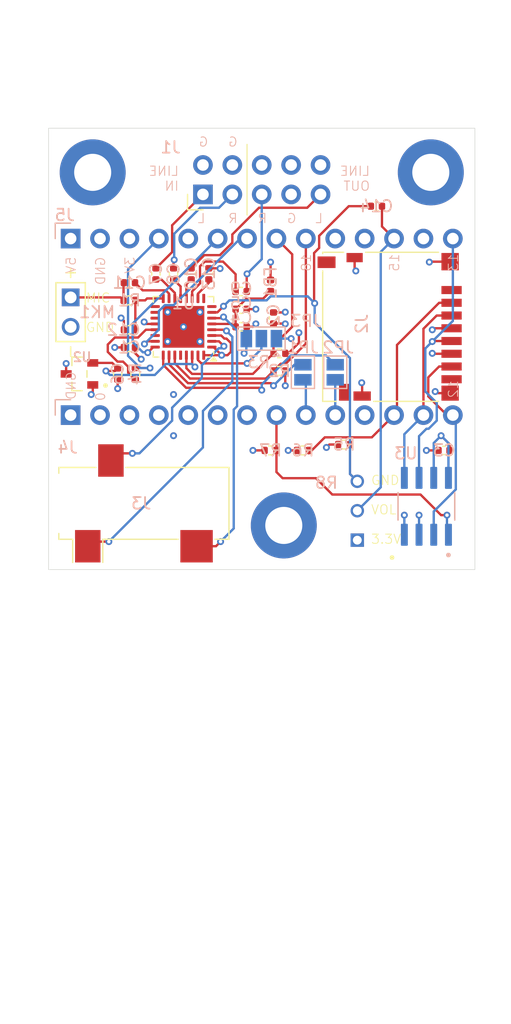
<source format=kicad_pcb>
(kicad_pcb (version 20240108) (generator "pcbnew") (generator_version "8.0")
  (layers (0 "F.Cu" signal) (1 "In1.Cu" signal) (2 "In2.Cu" signal) (31 "B.Cu" signal) (34 "B.Paste" user) (35 "F.Paste" user) (36 "B.SilkS" user "B.Silkscreen") (37 "F.SilkS" user "F.Silkscreen") (38 "B.Mask" user) (39 "F.Mask" user) (44 "Edge.Cuts" user))
  (net 0 "")
  (net 1 "+3.3V")
  (net 2 "GND")
  (net 3 "/VDDD")
  (net 4 "/VDDA")
  (net 5 "/LINEIN_L")
  (net 6 "/LINEIN_R")
  (net 7 "/LINEOUT_R")
  (net 8 "/LINEOUT_L")
  (net 9 "/MIC")
  (net 10 "/MIC_BIAS")
  (net 11 "Net-(U1-VAG)")
  (net 12 "/Pin 15")
  (net 13 "/Pin 10")
  (net 14 "/Pin 13")
  (net 15 "/Pin 12")
  (net 16 "/Pin 11")
  (net 17 "/HP_R")
  (net 18 "/HP_VGND")
  (net 19 "/HP_L")
  (net 20 "/Pin 23")
  (net 21 "/LRCLK")
  (net 22 "/Pin 19")
  (net 23 "/BCLK")
  (net 24 "/Pin 18")
  (net 25 "/Pin 7")
  (net 26 "/Pin 6")
  (net 27 "/Pin 8")
  (net 28 "/TX{slash}Din")
  (net 29 "/RX{slash}Dout")
  (net 30 "/MCLK")
  (net 31 "AGND")
  (net 32 "/ADDR")
  (net 52 "Net-(J1-Pin_1)")
  (net 53 "Net-(J1-Pin_3)")
  (net 54 "Net-(J1-Pin_5)")
  (net 55 "Net-(J1-Pin_9)")
  (net 63 "Net-(C11-Pad2)")
  (footprint "Capacitor_SMD:C_0402_1005Metric" (layer "F.Cu") (at 132.334 71.374 -90)
    (property "Reference" "C6")
    (property "Value" "2.2uF")
  )
  (footprint "MountingHole:MountingHole_3.2mm_M3_ISO7380_Pad" (layer "F.Cu") (at 159.385 53.975)
    (property "Reference" "H2" (hide yes))
    (property "Value" "MountingHole_Pad")
  )
  (footprint "Inductor_SMD:L_0402_1005Metric" (layer "F.Cu") (at 145.542 63.754 -90)
    (property "Reference" "FB1")
    (property "Value" "Ferrite 600")
  )
  (footprint "Connector_Card:microSD_HC_Hirose_DM3D-SF" (layer "F.Cu") (at 155.829 67.31 90)
    (property "Reference" "J2")
    (property "Value" "Micro_SD_Card_Det2")
  )
  (footprint "TOM-3050L-R:MIC_TOM-3050L-R" (layer "F.Cu") (at 128.27 66.04 -90)
    (property "Reference" "MK1")
    (property "Value" "TOM-3050L-R")
  )
  (footprint "3352T-1-253LF:TRIM_3352T-1-253LF" (layer "F.Cu") (at 153.035 85.725 90)
    (property "Reference" "R8")
    (property "Value" "25k")
  )
  (footprint "Capacitor_SMD:C_0402_1005Metric" (layer "F.Cu") (at 138.684 62.738 90)
    (property "Reference" "C10")
    (property "Value" "2.2uF")
  )
  (footprint "AP7313-18SAG-7:SOT95P260X110-3N" (layer "F.Cu") (at 129.032 71.374 180)
    (property "Reference" "U2")
    (property "Value" "~")
  )
  (footprint "Capacitor_SMD:C_0402_1005Metric" (layer "F.Cu") (at 133.35 67.564)
    (property "Reference" "C12")
    (property "Value" "2.2uF")
  )
  (footprint "Resistor_SMD:R_0402_1005Metric" (layer "F.Cu") (at 133.858 71.374 -90)
    (property "Reference" "R4")
    (property "Value" "100")
  )
  (footprint "Capacitor_SMD:C_0402_1005Metric" (layer "F.Cu") (at 135.636 62.738 90)
    (property "Reference" "C7")
    (property "Value" "2.2uF")
  )
  (footprint "MountingHole:MountingHole_3.2mm_M3_ISO7380_Pad" (layer "F.Cu") (at 146.685 84.455)
    (property "Reference" "H3" (hide yes))
    (property "Value" "MountingHole_Pad")
  )
  (footprint "Package_DFN_QFN:QFN-32-1EP_5x5mm_P0.5mm_EP3.6x3.6mm" (layer "F.Cu") (at 138.02 67.31 180)
    (property "Reference" "U1")
    (property "Value" "~")
  )
  (footprint "Connector_Audio:Jack_3.5mm_CUI_SJ-3523-SMT_Horizontal" (layer "F.Cu") (at 133.35 82.55 90)
    (property "Reference" "J3")
    (property "Value" "AudioJack3")
  )
  (footprint "Capacitor_SMD:C_0402_1005Metric" (layer "F.Cu") (at 143.002 67.31)
    (property "Reference" "C4")
    (property "Value" "2.2uF")
  )
  (footprint "MountingHole:MountingHole_3.2mm_M3_ISO7380_Pad" (layer "F.Cu") (at 130.175 53.975)
    (property "Reference" "H1" (hide yes))
    (property "Value" "MountingHole_Pad")
  )
  (footprint "Connector_PinHeader_2.54mm:PinHeader_2x05_P2.54mm_Vertical" (layer "F.Cu") (at 139.7 55.88 90)
    (property "Reference" "J1")
    (property "Value" "Conn_02x05_Odd_Even")
  )
  (footprint "Resistor_SMD:R_0402_1005Metric" (layer "F.Cu") (at 133.35 65.024 180)
    (property "Reference" "R1")
    (property "Value" "2.2k")
  )
  (footprint "Capacitor_SMD:C_0402_1005Metric" (layer "F.Cu") (at 133.35 63.5 180)
    (property "Reference" "C11")
    (property "Value" "0.1uF")
  )
  (footprint "Capacitor_SMD:C_0402_1005Metric" (layer "F.Cu") (at 140.208 62.738 -90)
    (property "Reference" "C13")
    (property "Value" "0.15uF")
  )
  (footprint "Resistor_SMD:R_0402_1005Metric" (layer "F.Cu") (at 146.304 71.12)
    (property "Reference" "R2")
    (property "Value" "2.2k")
  )
  (footprint "Resistor_SMD:R_0402_1005Metric" (layer "F.Cu") (at 151.892 77.47 180)
    (property "Reference" "R5")
    (property "Value" "0")
  )
  (footprint "Resistor_SMD:R_0402_1005Metric" (layer "F.Cu") (at 148.336 77.978)
    (property "Reference" "R6")
    (property "Value" "10k")
  )
  (footprint "Resistor_SMD:R_0402_1005Metric" (layer "F.Cu") (at 146.304 69.596)
    (property "Reference" "R3")
    (property "Value" "2.2k")
  )
  (footprint "Capacitor_SMD:C_0402_1005Metric" (layer "F.Cu") (at 143.002 64.262)
    (property "Reference" "C9")
    (property "Value" "2.2uF")
  )
  (footprint "Capacitor_SMD:C_0402_1005Metric" (layer "F.Cu") (at 133.35 69.088)
    (property "Reference" "C1")
    (property "Value" "2.2uF")
  )
  (footprint "Capacitor_SMD:C_0402_1005Metric" (layer "F.Cu") (at 160.528 77.978 180)
    (property "Reference" "C3")
    (property "Value" "0.1uF")
  )
  (footprint "Capacitor_SMD:C_0402_1005Metric" (layer "F.Cu") (at 154.686 56.896)
    (property "Reference" "C14")
    (property "Value" "0.1uF")
  )
  (footprint "Capacitor_SMD:C_0402_1005Metric" (layer "F.Cu") (at 145.796 66.548 -90)
    (property "Reference" "C2")
    (property "Value" "0.1uF")
  )
  (footprint "Capacitor_SMD:C_0402_1005Metric" (layer "F.Cu") (at 143.002 65.786)
    (property "Reference" "C5")
    (property "Value" "0.1uF")
  )
  (footprint "Resistor_SMD:R_0402_1005Metric" (layer "F.Cu") (at 145.542 77.978)
    (property "Reference" "R7")
    (property "Value" "10k")
  )
  (footprint "Capacitor_SMD:C_0402_1005Metric" (layer "F.Cu") (at 137.16 62.738 90)
    (property "Reference" "C8")
    (property "Value" "2.2uF")
  )
  (footprint "Jumper:SolderJumper-2_P1.3mm_Open_Pad1.0x1.5mm" (layer "B.Cu") (at 148.336 71.232 90)
    (property "Reference" "JP1")
    (property "Value" "SolderJumper_2_Open")
  )
  (footprint "Jumper:SolderJumper-2_P1.3mm_Open_Pad1.0x1.5mm" (layer "B.Cu") (at 151.13 71.232 90)
    (property "Reference" "JP2")
    (property "Value" "SolderJumper_2_Open")
  )
  (footprint "Connector_PinHeader_2.54mm:PinHeader_1x14_P2.54mm_Vertical" (layer "B.Cu") (at 128.27 74.93 -90)
    (property "Reference" "J4")
    (property "Value" "Conn_01x14_Pin")
  )
  (footprint "Connector_PinHeader_2.54mm:PinHeader_1x14_P2.54mm_Vertical" (layer "B.Cu") (at 128.27 59.69 -90)
    (property "Reference" "J5")
    (property "Value" "Conn_01x14_Pin")
  )
  (footprint "Jumper:SolderJumper-3_P1.3mm_Open_Pad1.0x1.5mm" (layer "B.Cu") (at 144.75 68.326 180)
    (property "Reference" "JP3")
    (property "Value" "SolderJumper_3_Open")
  )
  (footprint "23LC1024T-I_SN:SOIC127P600X175-8N" (layer "B.Cu") (at 159.004 82.804 90)
    (property "Reference" "U3")
    (property "Value" "~")
  )
  (gr_line (start 143.51 51.562) (end 143.51 57.658) (stroke (width 0.1)) (layer "F.SilkS"))
  (gr_rect (start 126.365 50.165) (end 163.195 88.265) (stroke (width 0.05)) (fill none) (layer "Edge.Cuts"))
  (gr_text "LINE\nOUT" (at 154.178 55.626 0) (layer "B.SilkS") (effects (font (size 0.8001 0.8001) (thickness 0.08001)) (justify left bottom mirror)))
  (gr_text "13" (at 161.798 60.96 90) (layer "B.SilkS") (effects (font (size 0.8001 0.8001) (thickness 0.08001)) (justify left bottom mirror)))
  (gr_text "L" (at 150.114 58.42 0) (layer "B.SilkS") (effects (font (size 0.8001 0.8001) (thickness 0.08001)) (justify left bottom mirror)))
  (gr_text "12" (at 161.798 71.882 90) (layer "B.SilkS") (effects (font (size 0.8001 0.8001) (thickness 0.08001)) (justify left bottom mirror)))
  (gr_text "R" (at 145.288 58.42 0) (layer "B.SilkS") (effects (font (size 0.8001 0.8001) (thickness 0.08001)) (justify left bottom mirror)))
  (gr_text "R" (at 142.748 58.42 0) (layer "B.SilkS") (effects (font (size 0.8001 0.8001) (thickness 0.08001)) (justify left bottom mirror)))
  (gr_text "L" (at 139.954 58.42 0) (layer "B.SilkS") (effects (font (size 0.8001 0.8001) (thickness 0.08001)) (justify left bottom mirror)))
  (gr_text "GND" (at 131.318 61.214 90) (layer "B.SilkS") (effects (font (size 0.8001 0.8001) (thickness 0.08001)) (justify left bottom mirror)))
  (gr_text "18" (at 149.098 60.96 90) (layer "B.SilkS") (effects (font (size 0.8001 0.8001) (thickness 0.08001)) (justify left bottom mirror)))
  (gr_text "3V" (at 133.858 61.214 90) (layer "B.SilkS") (effects (font (size 0.8001 0.8001) (thickness 0.08001)) (justify left bottom mirror)))
  (gr_text "G" (at 147.828 58.42 0) (layer "B.SilkS") (effects (font (size 0.8001 0.8001) (thickness 0.08001)) (justify left bottom mirror)))
  (gr_text "5V" (at 128.778 61.214 90) (layer "B.SilkS") (effects (font (size 0.8001 0.8001) (thickness 0.08001)) (justify left bottom mirror)))
  (gr_text "15" (at 156.718 60.96 90) (layer "B.SilkS") (effects (font (size 0.8001 0.8001) (thickness 0.08001)) (justify left bottom mirror)))
  (gr_text "LINE\nIN" (at 137.668 55.626 0) (layer "B.SilkS") (effects (font (size 0.8001 0.8001) (thickness 0.08001)) (justify left bottom mirror)))
  (gr_text "G" (at 142.748 51.816 0) (layer "B.SilkS") (effects (font (size 0.8001 0.8001) (thickness 0.08001)) (justify left bottom mirror)))
  (gr_text "GND" (at 128.778 71.12 90) (layer "B.SilkS") (effects (font (size 0.8001 0.8001) (thickness 0.08001)) (justify left bottom mirror)))
  (gr_text "G" (at 140.208 51.816 0) (layer "B.SilkS") (effects (font (size 0.8001 0.8001) (thickness 0.08001)) (justify left bottom mirror)))
  (gr_text "0" (at 131.318 72.898 90) (layer "B.SilkS") (effects (font (size 0.8001 0.8001) (thickness 0.08001)) (justify left bottom mirror)))
  (gr_text "VOL" (at 154.178 83.566 0) (layer "F.SilkS") (effects (font (size 0.8001 0.8001) (thickness 0.08001)) (justify left bottom)))
  (gr_text "3.3V" (at 154.178 86.106 0) (layer "F.SilkS") (effects (font (size 0.8001 0.8001) (thickness 0.08001)) (justify left bottom)))
  (gr_text "GND" (at 154.178 81.026 0) (layer "F.SilkS") (effects (font (size 0.8001 0.8001) (thickness 0.08001)) (justify left bottom)))
  (gr_text "MIC" (at 129.54 65.278 0) (layer "F.SilkS") (effects (font (size 0.8001 0.8001) (thickness 0.08001)) (justify left bottom)))
  (gr_text "GND" (at 129.54 67.818 0) (layer "F.SilkS") (effects (font (size 0.8001 0.8001) (thickness 0.08001)) (justify left bottom)))
  (segment (start 161.008 77.978) (end 161.008 77.442) (width 0.2) (layer "F.Cu") (net 1))
  (segment (start 134.62 66.888527) (end 134.791473 67.06) (width 0.2) (layer "F.Cu") (net 1))
  (segment (start 146.784 66.068) (end 146.812 66.04) (width 0.2) (layer "F.Cu") (net 1))
  (segment (start 147.083999 69.596) (end 147.99 68.689999) (width 0.2) (layer "F.Cu") (net 1))
  (segment (start 132.08 69.088) (end 132.87 69.088) (width 0.2) (layer "F.Cu") (net 1))
  (segment (start 161.008 77.442) (end 160.274 76.708) (width 0.2) (layer "F.Cu") (net 1))
  (segment (start 160.246 76.736) (end 160.274 76.708) (width 0.2) (layer "F.Cu") (net 1))
  (segment (start 130.182 73.018) (end 130.048 73.152) (width 0.2) (layer "F.Cu") (net 1))
  (segment (start 145.032 77.978) (end 144.018 77.978) (width 0.2) (layer "F.Cu") (net 1))
  (segment (start 146.814 72.388) (end 146.814 71.12) (width 0.2) (layer "F.Cu") (net 1))
  (segment (start 134.791473 67.06) (end 135.57 67.06) (width 0.2) (layer "F.Cu") (net 1))
  (segment (start 146.814 69.596) (end 147.083999 69.596) (width 0.2) (layer "F.Cu") (net 1))
  (segment (start 146.812 72.39) (end 146.814 72.388) (width 0.2) (layer "F.Cu") (net 1))
  (segment (start 145.796 66.068) (end 146.784 66.068) (width 0.2) (layer "F.Cu") (net 1))
  (segment (start 147.99 68.689999) (end 147.99 67.818) (width 0.2) (layer "F.Cu") (net 1))
  (segment (start 147.826 77.978) (end 147.066 77.978) (width 0.2) (layer "F.Cu") (net 1))
  (segment (start 145.542 63.269) (end 145.542 61.722) (width 0.2) (layer "F.Cu") (net 1))
  (segment (start 159.641 67.435) (end 159.512 67.564) (width 0.2) (layer "F.Cu") (net 1))
  (segment (start 130.182 72.324) (end 130.182 73.018) (width 0.2) (layer "F.Cu") (net 1))
  (segment (start 161.179 67.435) (end 159.641 67.435) (width 0.2) (layer "F.Cu") (net 1))
  (via (at 132.08 69.088) (size 0.6) (drill 0.3) (layers "F.Cu" "B.Cu") (net 1))
  (via (at 147.066 77.978) (size 0.6) (drill 0.3) (layers "F.Cu" "B.Cu") (net 1))
  (via (at 143.256 69.596) (size 0.6) (drill 0.3) (layers "F.Cu" "B.Cu") (net 1))
  (via (at 144.018 77.978) (size 0.6) (drill 0.3) (layers "F.Cu" "B.Cu") (net 1))
  (via (at 145.542 61.722) (size 0.6) (drill 0.3) (layers "F.Cu" "B.Cu") (net 1))
  (via (at 160.274 76.708) (size 0.6) (drill 0.3) (layers "F.Cu" "B.Cu") (net 1))
  (via (at 130.048 73.152) (size 0.6) (drill 0.3) (layers "F.Cu" "B.Cu") (net 1))
  (via (at 159.512 67.564) (size 0.6) (drill 0.3) (layers "F.Cu" "B.Cu") (net 1))
  (via (at 146.812 66.04) (size 0.6) (drill 0.3) (layers "F.Cu" "B.Cu") (net 1))
  (via (at 137.16 76.708) (size 0.6) (drill 0.3) (layers "F.Cu" "B.Cu") (net 1))
  (via (at 146.812 72.39) (size 0.6) (drill 0.3) (layers "F.Cu" "B.Cu") (net 1))
  (via (at 137.16 73.152) (size 0.6) (drill 0.3) (layers "F.Cu" "B.Cu") (net 1))
  (via (at 158.369 83.566) (size 0.6) (drill 0.3) (layers "F.Cu" "B.Cu") (net 1))
  (via (at 147.99 67.818) (size 0.6) (drill 0.3) (layers "F.Cu" "B.Cu") (net 1))
  (via (at 134.62 66.888527) (size 0.6) (drill 0.3) (layers "F.Cu" "B.Cu") (net 1))
  (segment (start 143.45 69.402) (end 143.256 69.596) (width 0.2) (layer "B.Cu") (net 1))
  (segment (start 143.45 68.326) (end 143.45 69.402) (width 0.2) (layer "B.Cu") (net 1))
  (segment (start 159.639 80.349) (end 159.639 77.343) (width 0.2) (layer "B.Cu") (net 1))
  (segment (start 159.639 77.343) (end 160.274 76.708) (width 0.2) (layer "B.Cu") (net 1))
  (segment (start 160.909 77.343) (end 160.274 76.708) (width 0.2) (layer "B.Cu") (net 1))
  (segment (start 160.909 80.349) (end 160.909 77.343) (width 0.2) (layer "B.Cu") (net 1))
  (segment (start 158.369 83.566) (end 158.369 85.259) (width 0.2) (layer "B.Cu") (net 1))
  (segment (start 153.454 73.285) (end 153.454 72.174) (width 0.2) (layer "F.Cu") (net 2))
  (segment (start 159.551 69.635) (end 159.512 69.596) (width 0.2) (layer "F.Cu") (net 2))
  (segment (start 141.284206 68.06) (end 141.550206 68.326) (width 0.2) (layer "F.Cu") (net 2))
  (segment (start 140.614 69.06) (end 140.47 69.06) (width 0.2) (layer "F.Cu") (net 2))
  (segment (start 143.482 67.31) (end 144.018 67.31) (width 0.2) (layer "F.Cu") (net 2))
  (segment (start 145.796 67.028) (end 146.784 67.028) (width 0.2) (layer "F.Cu") (net 2))
  (segment (start 140.208 62.258) (end 141.160735 62.258) (width 0.2) (layer "F.Cu") (net 2))
  (segment (start 141.314 69.76) (end 139.77 69.76) (width 0.2) (layer "F.Cu") (net 2))
  (segment (start 161.054 61.685) (end 159.295 61.685) (width 0.2) (layer "F.Cu") (net 2))
  (segment (start 133.83 69.088) (end 133.83 69.568) (width 0.2) (layer "F.Cu") (net 2))
  (segment (start 160.048 77.978) (end 159.004 77.978) (width 0.2) (layer "F.Cu") (net 2))
  (segment (start 140.47 68.06) (end 141.284206 68.06) (width 0.2) (layer "F.Cu") (net 2))
  (segment (start 141.160735 62.258) (end 141.180735 62.278) (width 0.2) (layer "F.Cu") (net 2))
  (segment (start 159.903 73.035) (end 159.766 72.898) (width 0.2) (layer "F.Cu") (net 2))
  (segment (start 152.804 62.38) (end 152.908 62.484) (width 0.2) (layer "F.Cu") (net 2))
  (segment (start 152.804 61.335) (end 152.804 62.38) (width 0.2) (layer "F.Cu") (net 2))
  (segment (start 142.111222 68.705222) (end 142.111222 69.470778) (width 0.2) (layer "F.Cu") (net 2))
  (segment (start 143.482 65.786) (end 144.272 65.786) (width 0.2) (layer "F.Cu") (net 2))
  (segment (start 132.87 67.31) (end 132.87 66.788) (width 0.2) (layer "F.Cu") (net 2))
  (segment (start 151.382 77.47) (end 150.622 77.47) (width 0.2) (layer "F.Cu") (net 2))
  (segment (start 132.87 66.788) (end 132.63 66.548) (width 0.2) (layer "F.Cu") (net 2))
  (segment (start 141.822 69.76) (end 141.314 69.76) (width 0.2) (layer "F.Cu") (net 2))
  (segment (start 150.622 77.47) (end 150.368 77.724) (width 0.2) (layer "F.Cu") (net 2))
  (segment (start 132.334 71.854) (end 132.334 72.644) (width 0.2) (layer "F.Cu") (net 2))
  (segment (start 133.83 69.568) (end 134.366 70.104) (width 0.2) (layer "F.Cu") (net 2))
  (segment (start 142.111222 69.470778) (end 141.822 69.76) (width 0.2) (layer "F.Cu") (net 2))
  (segment (start 133.858 69.596) (end 134.366 70.104) (width 0.2) (layer "F.Cu") (net 2))
  (segment (start 161.054 73.035) (end 159.903 73.035) (width 0.2) (layer "F.Cu") (net 2))
  (segment (start 144.018 67.31) (end 144.272 67.056) (width 0.2) (layer "F.Cu") (net 2))
  (segment (start 161.179 69.635) (end 159.551 69.635) (width 0.2) (layer "F.Cu") (net 2))
  (segment (start 159.295 61.685) (end 159.258 61.722) (width 0.2) (layer "F.Cu") (net 2))
  (segment (start 146.784 67.028) (end 146.812 67.056) (width 0.2) (layer "F.Cu") (net 2))
  (segment (start 127.762 70.358) (end 127.882 70.478) (width 0.2) (layer "F.Cu") (net 2))
  (segment (start 141.732 68.326) (end 142.111222 68.705222) (width 0.2) (layer "F.Cu") (net 2))
  (segment (start 127.882 71.374) (end 127.882 70.478) (width 0.2) (layer "F.Cu") (net 2))
  (segment (start 153.454 72.174) (end 153.416 72.136) (width 0.2) (layer "F.Cu") (net 2))
  (segment (start 141.550206 68.326) (end 141.732 68.326) (width 0.2) (layer "F.Cu") (net 2))
  (segment (start 141.314 69.76) (end 140.614 69.06) (width 0.2) (layer "F.Cu") (net 2))
  (via (at 159.766 72.898) (size 0.6) (drill 0.3) (layers "F.Cu" "B.Cu") (net 2))
  (via (at 159.512 69.596) (size 0.6) (drill 0.3) (layers "F.Cu" "B.Cu") (net 2))
  (via (at 144.272 67.056) (size 0.6) (drill 0.3) (layers "F.Cu" "B.Cu") (net 2))
  (via (at 141.180735 62.278) (size 0.6) (drill 0.3) (layers "F.Cu" "B.Cu") (net 2))
  (via (at 132.334 72.644) (size 0.6) (drill 0.3) (layers "F.Cu" "B.Cu") (net 2))
  (via (at 136.652 68.58) (size 0.6) (drill 0.3) (layers "F.Cu" "B.Cu") (net 2))
  (via (at 134.366 70.104) (size 0.6) (drill 0.3) (layers "F.Cu" "B.Cu") (net 2))
  (via (at 139.446 66.04) (size 0.6) (drill 0.3) (layers "F.Cu" "B.Cu") (net 2))
  (via (at 150.368 77.724) (size 0.6) (drill 0.3) (layers "F.Cu" "B.Cu") (net 2))
  (via (at 159.258 61.722) (size 0.6) (drill 0.3) (layers "F.Cu" "B.Cu") (net 2))
  (via (at 127.882 70.478) (size 0.6) (drill 0.3) (layers "F.Cu" "B.Cu") (net 2))
  (via (at 132.63 66.548) (size 0.6) (drill 0.3) (layers "F.Cu" "B.Cu") (net 2))
  (via (at 141.314 69.76) (size 0.6) (drill 0.3) (layers "F.Cu" "B.Cu") (net 2))
  (via (at 144.272 65.786) (size 0.6) (drill 0.3) (layers "F.Cu" "B.Cu") (net 2))
  (via (at 146.812 67.056) (size 0.6) (drill 0.3) (layers "F.Cu" "B.Cu") (net 2))
  (via (at 152.908 62.484) (size 0.6) (drill 0.3) (layers "F.Cu" "B.Cu") (net 2))
  (via (at 139.446 68.58) (size 0.6) (drill 0.3) (layers "F.Cu" "B.Cu") (net 2))
  (via (at 159.004 77.978) (size 0.6) (drill 0.3) (layers "F.Cu" "B.Cu") (net 2))
  (via (at 147.32 68.326) (size 0.6) (drill 0.3) (layers "F.Cu" "B.Cu") (net 2))
  (via (at 136.652 66.04) (size 0.6) (drill 0.3) (layers "F.Cu" "B.Cu") (net 2))
  (via (at 138.02 67.31) (size 0.6) (drill 0.3) (layers "F.Cu" "B.Cu") (net 2))
  (via (at 157.099 83.566) (size 0.6) (drill 0.3) (layers "F.Cu" "B.Cu") (net 2))
  (via (at 153.416 72.136) (size 0.6) (drill 0.3) (layers "F.Cu" "B.Cu") (net 2))
  (segment (start 157.099 83.566) (end 157.099 85.259) (width 0.2) (layer "B.Cu") (net 2))
  (segment (start 146.05 68.326) (end 147.32 68.326) (width 0.2) (layer "B.Cu") (net 2))
  (segment (start 130.182 70.424) (end 131.864 70.424) (width 0.2) (layer "F.Cu") (net 3))
  (segment (start 131.864 70.424) (end 132.334 70.894) (width 0.2) (layer "F.Cu") (net 3))
  (segment (start 138.77 70.533892) (end 139.010108 70.774) (width 0.2) (layer "F.Cu") (net 3))
  (segment (start 138.77 69.76) (end 138.77 70.533892) (width 0.2) (layer "F.Cu") (net 3))
  (segment (start 131.318 71.12) (end 132.108 71.12) (width 0.2) (layer "F.Cu") (net 3))
  (segment (start 132.108 71.12) (end 132.334 70.894) (width 0.2) (layer "F.Cu") (net 3))
  (via (at 139.010108 70.774) (size 0.6) (drill 0.3) (layers "F.Cu" "B.Cu") (net 3))
  (via (at 131.318 71.12) (size 0.6) (drill 0.3) (layers "F.Cu" "B.Cu") (net 3))
  (segment (start 138.756108 70.52) (end 139.010108 70.774) (width 0.2) (layer "B.Cu") (net 3))
  (segment (start 136.49 70.52) (end 138.756108 70.52) (width 0.2) (layer "B.Cu") (net 3))
  (segment (start 131.664 71.466) (end 135.544 71.466) (width 0.2) (layer "B.Cu") (net 3))
  (segment (start 131.318 71.12) (end 131.664 71.466) (width 0.2) (layer "B.Cu") (net 3))
  (segment (start 135.544 71.466) (end 136.49 70.52) (width 0.2) (layer "B.Cu") (net 3))
  (segment (start 144.909 64.872) (end 145.542 64.239) (width 0.2) (layer "F.Cu") (net 4))
  (segment (start 142.545866 65.786) (end 143.459866 64.872) (width 0.2) (layer "F.Cu") (net 4))
  (segment (start 143.459866 64.872) (end 144.909 64.872) (width 0.2) (layer "F.Cu") (net 4))
  (segment (start 142.522 67.31) (end 142.522 65.786) (width 0.2) (layer "F.Cu") (net 4))
  (segment (start 142.522 65.786) (end 142.545866 65.786) (width 0.2) (layer "F.Cu") (net 4))
  (segment (start 140.47 67.06) (end 142.272 67.06) (width 0.2) (layer "F.Cu") (net 4))
  (segment (start 142.272 67.06) (end 142.522 67.31) (width 0.2) (layer "F.Cu") (net 4))
  (segment (start 137.27 64.86) (end 137.27 64.379928) (width 0.2) (layer "F.Cu") (net 5))
  (segment (start 137.27 64.379928) (end 136.108072 63.218) (width 0.2) (layer "F.Cu") (net 5))
  (segment (start 136.108072 63.218) (end 135.636 63.218) (width 0.2) (layer "F.Cu") (net 5))
  (segment (start 137.77 64.86) (end 137.77 63.828) (width 0.2) (layer "F.Cu") (net 6))
  (segment (start 137.77 63.828) (end 137.16 63.218) (width 0.2) (layer "F.Cu") (net 6))
  (segment (start 138.77 64.86) (end 138.77 64.245614) (width 0.2) (layer "F.Cu") (net 7))
  (segment (start 139.446 62.083866) (end 139.851866 61.678) (width 0.2) (layer "F.Cu") (net 7))
  (segment (start 138.77 64.245614) (end 139.446 63.569614) (width 0.2) (layer "F.Cu") (net 7))
  (segment (start 139.851866 61.678) (end 141.434 61.678) (width 0.2) (layer "F.Cu") (net 7))
  (segment (start 139.446 63.569614) (end 139.446 62.083866) (width 0.2) (layer "F.Cu") (net 7))
  (segment (start 142.522 62.766) (end 142.522 64.262) (width 0.2) (layer "F.Cu") (net 7))
  (segment (start 141.434 61.678) (end 142.522 62.766) (width 0.2) (layer "F.Cu") (net 7))
  (segment (start 138.27 63.632) (end 138.684 63.218) (width 0.2) (layer "F.Cu") (net 8))
  (segment (start 138.27 64.86) (end 138.27 63.632) (width 0.2) (layer "F.Cu") (net 8))
  (segment (start 134.49 64.16) (end 136.484386 64.16) (width 0.2) (layer "F.Cu") (net 9))
  (segment (start 133.83 63.5) (end 134.49 64.16) (width 0.2) (layer "F.Cu") (net 9))
  (segment (start 136.77 64.86) (end 136.77 64.445614) (width 0.2) (layer "F.Cu") (net 9))
  (segment (start 136.77 64.445614) (end 136.484386 64.16) (width 0.2) (layer "F.Cu") (net 9))
  (segment (start 133.83 67.31) (end 133.86 67.28) (width 0.2) (layer "F.Cu") (net 10))
  (segment (start 136.27 64.86) (end 134.874 64.86) (width 0.2) (layer "F.Cu") (net 10))
  (segment (start 133.86 67.28) (end 133.86 65.024) (width 0.2) (layer "F.Cu") (net 10))
  (segment (start 134.71 65.024) (end 133.86 65.024) (width 0.2) (layer "F.Cu") (net 10))
  (segment (start 134.874 64.86) (end 134.71 65.024) (width 0.2) (layer "F.Cu") (net 10))
  (segment (start 140.208 63.507614) (end 140.208 63.218) (width 0.2) (layer "F.Cu") (net 11))
  (segment (start 139.27 64.86) (end 139.27 64.445614) (width 0.2) (layer "F.Cu") (net 11))
  (segment (start 139.27 64.445614) (end 140.208 63.507614) (width 0.2) (layer "F.Cu") (net 11))
  (segment (start 155.166 56.896) (end 155.166 58.646) (width 0.2) (layer "F.Cu") (net 12))
  (segment (start 155.166 58.646) (end 156.21 59.69) (width 0.2) (layer "F.Cu") (net 12))
  (segment (start 155.06 81.16) (end 155.06 60.84) (width 0.2) (layer "B.Cu") (net 12))
  (segment (start 153.035 83.185) (end 155.06 81.16) (width 0.2) (layer "B.Cu") (net 12))
  (segment (start 155.06 60.84) (end 156.21 59.69) (width 0.2) (layer "B.Cu") (net 12))
  (segment (start 156.464 68.875) (end 156.464 74.676) (width 0.2) (layer "F.Cu") (net 13))
  (segment (start 156.464 74.676) (end 156.21 74.93) (width 0.2) (layer "F.Cu") (net 13))
  (segment (start 156.21 74.93) (end 154.29 76.85) (width 0.2) (layer "F.Cu") (net 13))
  (segment (start 160.104 65.235) (end 156.464 68.875) (width 0.2) (layer "F.Cu") (net 13))
  (segment (start 154.29 76.85) (end 150.226 76.85) (width 0.2) (layer "F.Cu") (net 13))
  (segment (start 150.226 76.85) (end 150.114 76.962) (width 0.2) (layer "F.Cu") (net 13))
  (segment (start 161.179 65.235) (end 160.104 65.235) (width 0.2) (layer "F.Cu") (net 13))
  (segment (start 150.114 76.964) (end 148.846 78.232) (width 0.2) (layer "F.Cu") (net 13))
  (segment (start 150.114 76.962) (end 150.114 76.964) (width 0.2) (layer "F.Cu") (net 13))
  (segment (start 159.557 68.535) (end 159.512 68.58) (width 0.2) (layer "F.Cu") (net 14))
  (segment (start 161.179 68.535) (end 159.557 68.535) (width 0.2) (layer "F.Cu") (net 14))
  (via (at 159.512 68.58) (size 0.6) (drill 0.3) (layers "F.Cu" "B.Cu") (net 14))
  (segment (start 159.9 75.406346) (end 159.198346 76.108) (width 0.2) (layer "B.Cu") (net 14))
  (segment (start 159.198346 76.108) (end 159.009471 76.108) (width 0.2) (layer "B.Cu") (net 14))
  (segment (start 158.912 72.892529) (end 159.9 73.880529) (width 0.2) (layer "B.Cu") (net 14))
  (segment (start 159.512 68.58) (end 158.912 69.18) (width 0.2) (layer "B.Cu") (net 14))
  (segment (start 159.009471 76.108) (end 158.369 76.748471) (width 0.2) (layer "B.Cu") (net 14))
  (segment (start 158.369 76.748471) (end 158.369 80.349) (width 0.2) (layer "B.Cu") (net 14))
  (segment (start 159.9 73.880529) (end 159.9 75.406346) (width 0.2) (layer "B.Cu") (net 14))
  (segment (start 158.912 69.18) (end 158.912 72.892529) (width 0.2) (layer "B.Cu") (net 14))
  (segment (start 159.512 68.58) (end 161.29 66.802) (width 0.2) (layer "B.Cu") (net 14))
  (segment (start 161.29 66.802) (end 161.29 59.69) (width 0.2) (layer "B.Cu") (net 14))
  (segment (start 160.104 70.735) (end 159.166 71.673) (width 0.2) (layer "F.Cu") (net 15))
  (segment (start 161.179 70.735) (end 160.104 70.735) (width 0.2) (layer "F.Cu") (net 15))
  (segment (start 159.166 71.673) (end 159.166 73.314) (width 0.2) (layer "F.Cu") (net 15))
  (segment (start 159.166 73.314) (end 160.782 74.93) (width 0.2) (layer "F.Cu") (net 15))
  (segment (start 160.782 74.93) (end 161.29 74.93) (width 0.2) (layer "F.Cu") (net 15))
  (segment (start 161.544 81.34641) (end 161.544 75.184) (width 0.2) (layer "B.Cu") (net 15))
  (segment (start 161.544 75.184) (end 161.29 74.93) (width 0.2) (layer "B.Cu") (net 15))
  (segment (start 159.639 85.259) (end 159.639 83.25141) (width 0.2) (layer "B.Cu") (net 15))
  (segment (start 159.639 83.25141) (end 161.544 81.34641) (width 0.2) (layer "B.Cu") (net 15))
  (segment (start 159.892471 66.335) (end 158.75 67.477471) (width 0.2) (layer "F.Cu") (net 16))
  (segment (start 158.75 67.477471) (end 158.75 74.93) (width 0.2) (layer "F.Cu") (net 16))
  (segment (start 161.179 66.335) (end 159.892471 66.335) (width 0.2) (layer "F.Cu") (net 16))
  (segment (start 157.099 76.581) (end 158.75 74.93) (width 0.2) (layer "B.Cu") (net 16))
  (segment (start 157.099 80.349) (end 157.099 78.105) (width 0.2) (layer "B.Cu") (net 16))
  (segment (start 157.099 78.105) (end 157.099 76.581) (width 0.2) (layer "B.Cu") (net 16))
  (segment (start 132.368 78.232) (end 131.75 78.85) (width 0.2) (layer "F.Cu") (net 17))
  (segment (start 141.511222 68.984688) (end 141.086534 68.56) (width 0.2) (layer "F.Cu") (net 17))
  (segment (start 141.086534 68.56) (end 140.47 68.56) (width 0.2) (layer "F.Cu") (net 17))
  (segment (start 133.604 78.232) (end 132.368 78.232) (width 0.2) (layer "F.Cu") (net 17))
  (via (at 141.511222 68.984688) (size 0.6) (drill 0.3) (layers "F.Cu" "B.Cu") (net 17))
  (via (at 133.604 78.232) (size 0.6) (drill 0.3) (layers "F.Cu" "B.Cu") (net 17))
  (segment (start 137.04 74.288) (end 137.04 75.406346) (width 0.2) (layer "B.Cu") (net 17))
  (segment (start 139.610108 70.615363) (end 139.610108 71.717892) (width 0.2) (layer "B.Cu") (net 17))
  (segment (start 141.33591 69.16) (end 141.065471 69.16) (width 0.2) (layer "B.Cu") (net 17))
  (segment (start 141.065471 69.16) (end 139.610108 70.615363) (width 0.2) (layer "B.Cu") (net 17))
  (segment (start 134.214346 78.232) (end 133.604 78.232) (width 0.2) (layer "B.Cu") (net 17))
  (segment (start 139.610108 71.717892) (end 137.04 74.288) (width 0.2) (layer "B.Cu") (net 17))
  (segment (start 137.04 75.406346) (end 134.214346 78.232) (width 0.2) (layer "B.Cu") (net 17))
  (segment (start 141.511222 68.984688) (end 141.33591 69.16) (width 0.2) (layer "B.Cu") (net 17))
  (segment (start 131.572 85.852) (end 130.148 85.852) (width 0.2) (layer "F.Cu") (net 18))
  (segment (start 141.732735 67.66) (end 141.632735 67.56) (width 0.2) (layer "F.Cu") (net 18))
  (segment (start 141.632735 67.56) (end 140.47 67.56) (width 0.2) (layer "F.Cu") (net 18))
  (segment (start 130.148 85.852) (end 129.75 86.25) (width 0.2) (layer "F.Cu") (net 18))
  (via (at 141.732735 67.66) (size 0.6) (drill 0.3) (layers "F.Cu" "B.Cu") (net 18))
  (via (at 131.572 85.852) (size 0.6) (drill 0.3) (layers "F.Cu" "B.Cu") (net 18))
  (segment (start 139.7 77.724) (end 139.7 74.573654) (width 0.2) (layer "B.Cu") (net 18))
  (segment (start 142.24 72.033654) (end 142.24 68.167265) (width 0.2) (layer "B.Cu") (net 18))
  (segment (start 131.572 85.852) (end 139.7 77.724) (width 0.2) (layer "B.Cu") (net 18))
  (segment (start 142.24 68.167265) (end 141.732735 67.66) (width 0.2) (layer "B.Cu") (net 18))
  (segment (start 141.732735 67.66) (end 141.732735 67.860282) (width 0.2) (layer "B.Cu") (net 18))
  (segment (start 139.7 74.573654) (end 142.24 72.033654) (width 0.2) (layer "B.Cu") (net 18))
  (segment (start 140.47 66.56) (end 141.378 66.56) (width 0.2) (layer "F.Cu") (net 19))
  (segment (start 140.826 86.25) (end 139.15 86.25) (width 0.2) (layer "F.Cu") (net 19))
  (segment (start 141.224 85.852) (end 140.826 86.25) (width 0.2) (layer "F.Cu") (net 19))
  (segment (start 141.378 66.56) (end 141.478 66.46) (width 0.2) (layer "F.Cu") (net 19))
  (via (at 141.478 66.46) (size 0.6) (drill 0.3) (layers "F.Cu" "B.Cu") (net 19))
  (via (at 141.224 85.852) (size 0.6) (drill 0.3) (layers "F.Cu" "B.Cu") (net 19))
  (segment (start 142.65 74.163654) (end 142.36 74.453654) (width 0.2) (layer "B.Cu") (net 19))
  (segment (start 141.478 66.46) (end 142.65 67.632) (width 0.2) (layer "B.Cu") (net 19))
  (segment (start 142.36 74.453654) (end 142.36 84.716) (width 0.2) (layer "B.Cu") (net 19))
  (segment (start 142.36 84.716) (end 141.224 85.852) (width 0.2) (layer "B.Cu") (net 19))
  (segment (start 142.65 67.632) (end 142.65 74.163654) (width 0.2) (layer "B.Cu") (net 19))
  (segment (start 135.128 70.866) (end 135.126 70.864) (width 0.2) (layer "F.Cu") (net 20))
  (segment (start 135.126 70.864) (end 133.858 70.864) (width 0.2) (layer "F.Cu") (net 20))
  (via (at 135.128 70.866) (size 0.6) (drill 0.3) (layers "F.Cu" "B.Cu") (net 20))
  (segment (start 134.279471 70.866) (end 133.23 69.816529) (width 0.2) (layer "B.Cu") (net 20))
  (segment (start 133.23 69.816529) (end 133.23 62.35) (width 0.2) (layer "B.Cu") (net 20))
  (segment (start 135.128 70.866) (end 134.279471 70.866) (width 0.2) (layer "B.Cu") (net 20))
  (segment (start 133.23 62.35) (end 135.89 59.69) (width 0.2) (layer "B.Cu") (net 20))
  (segment (start 134.878175 68.56) (end 135.57 68.56) (width 0.2) (layer "F.Cu") (net 21))
  (segment (start 134.647801 68.790374) (end 134.878175 68.56) (width 0.2) (layer "F.Cu") (net 21))
  (via (at 134.647801 68.790374) (size 0.6) (drill 0.3) (layers "F.Cu" "B.Cu") (net 21))
  (segment (start 142.920206 59.69) (end 143.51 59.69) (width 0.2) (layer "B.Cu") (net 21))
  (segment (start 136.403471 65.44) (end 137.170206 65.44) (width 0.2) (layer "B.Cu") (net 21))
  (segment (start 137.170206 65.44) (end 142.920206 59.69) (width 0.2) (layer "B.Cu") (net 21))
  (segment (start 135.89 67.548175) (end 135.89 65.953471) (width 0.2) (layer "B.Cu") (net 21))
  (segment (start 134.647801 68.790374) (end 135.89 67.548175) (width 0.2) (layer "B.Cu") (net 21))
  (segment (start 135.89 65.953471) (end 136.403471 65.44) (width 0.2) (layer "B.Cu") (net 21))
  (segment (start 147.412 61.052) (end 146.05 59.69) (width 0.2) (layer "F.Cu") (net 22))
  (segment (start 138.27 69.76) (end 138.27 70.882421) (width 0.2) (layer "F.Cu") (net 22))
  (segment (start 145.794 69.596) (end 145.794 68.922529) (width 0.2) (layer "F.Cu") (net 22))
  (segment (start 147.412 67.304529) (end 147.412 61.052) (width 0.2) (layer "F.Cu") (net 22))
  (segment (start 138.27 70.882421) (end 138.761579 71.374) (width 0.2) (layer "F.Cu") (net 22))
  (segment (start 145.794 68.922529) (end 147.412 67.304529) (width 0.2) (layer "F.Cu") (net 22))
  (segment (start 144.016 71.374) (end 145.794 69.596) (width 0.2) (layer "F.Cu") (net 22))
  (segment (start 138.761579 71.374) (end 144.016 71.374) (width 0.2) (layer "F.Cu") (net 22))
  (segment (start 134.931687 69.538313) (end 135.41 69.06) (width 0.2) (layer "F.Cu") (net 23))
  (segment (start 135.41 69.06) (end 135.57 69.06) (width 0.2) (layer "F.Cu") (net 23))
  (via (at 134.931687 69.538313) (size 0.6) (drill 0.3) (layers "F.Cu" "B.Cu") (net 23))
  (segment (start 134.897374 69.504) (end 134.50578 69.504) (width 0.2) (layer "B.Cu") (net 23))
  (segment (start 134.931687 69.538313) (end 134.897374 69.504) (width 0.2) (layer "B.Cu") (net 23))
  (segment (start 133.63 68.62822) (end 133.63 67.03) (width 0.2) (layer "B.Cu") (net 23))
  (segment (start 133.63 67.03) (end 140.97 59.69) (width 0.2) (layer "B.Cu") (net 23))
  (segment (start 134.50578 69.504) (end 133.63 68.62822) (width 0.2) (layer "B.Cu") (net 23))
  (segment (start 145.14 71.774) (end 138.576 71.774) (width 0.2) (layer "F.Cu") (net 24))
  (segment (start 146.848924 70.5) (end 148.59 68.758924) (width 0.2) (layer "F.Cu") (net 24))
  (segment (start 146.414 70.5) (end 146.848924 70.5) (width 0.2) (layer "F.Cu") (net 24))
  (segment (start 137.27 70.468) (end 137.27 69.76) (width 0.2) (layer "F.Cu") (net 24))
  (segment (start 138.576 71.774) (end 137.27 70.468) (width 0.2) (layer "F.Cu") (net 24))
  (segment (start 148.59 68.758924) (end 148.59 59.69) (width 0.2) (layer "F.Cu") (net 24))
  (segment (start 145.794 71.12) (end 146.414 70.5) (width 0.2) (layer "F.Cu") (net 24))
  (segment (start 145.794 71.12) (end 145.14 71.774) (width 0.2) (layer "F.Cu") (net 24))
  (segment (start 148.59 74.93) (end 148.59 72.136) (width 0.2) (layer "B.Cu") (net 25))
  (segment (start 148.59 72.136) (end 148.336 71.882) (width 0.2) (layer "B.Cu") (net 25))
  (segment (start 158.496 81.788) (end 160.274 83.566) (width 0.2) (layer "F.Cu") (net 26))
  (segment (start 146.052 79.844529) (end 146.052 78.232) (width 0.2) (layer "F.Cu") (net 26))
  (segment (start 158.496 81.788) (end 150.876 81.788) (width 0.2) (layer "F.Cu") (net 26))
  (segment (start 146.052 74.932) (end 146.05 74.93) (width 0.2) (layer "F.Cu") (net 26))
  (segment (start 146.052 78.232) (end 146.052 74.932) (width 0.2) (layer "F.Cu") (net 26))
  (segment (start 146.583471 80.376) (end 146.052 79.844529) (width 0.2) (layer "F.Cu") (net 26))
  (segment (start 160.274 83.566) (end 160.782 83.566) (width 0.2) (layer "F.Cu") (net 26))
  (segment (start 149.464 80.376) (end 146.583471 80.376) (width 0.2) (layer "F.Cu") (net 26))
  (segment (start 150.876 81.788) (end 149.464 80.376) (width 0.2) (layer "F.Cu") (net 26))
  (via (at 160.782 83.566) (size 0.6) (drill 0.3) (layers "F.Cu" "B.Cu") (net 26))
  (segment (start 160.782 85.132) (end 160.909 85.259) (width 0.2) (layer "B.Cu") (net 26))
  (segment (start 160.782 83.566) (end 160.782 85.132) (width 0.2) (layer "B.Cu") (net 26))
  (segment (start 151.13 74.93) (end 151.13 71.882) (width 0.2) (layer "B.Cu") (net 27))
  (segment (start 145.796 72.39) (end 145.58 72.174) (width 0.2) (layer "F.Cu") (net 28))
  (segment (start 136.77 70.533686) (end 136.77 69.76) (width 0.2) (layer "F.Cu") (net 28))
  (segment (start 145.58 72.174) (end 138.410314 72.174) (width 0.2) (layer "F.Cu") (net 28))
  (segment (start 138.410314 72.174) (end 136.77 70.533686) (width 0.2) (layer "F.Cu") (net 28))
  (via (at 145.796 72.39) (size 0.6) (drill 0.3) (layers "F.Cu" "B.Cu") (net 28))
  (segment (start 147.604 70.582) (end 148.336 70.582) (width 0.2) (layer "B.Cu") (net 28))
  (segment (start 145.796 72.39) (end 147.604 70.582) (width 0.2) (layer "B.Cu") (net 28))
  (segment (start 144.78 72.774) (end 144.58 72.574) (width 0.2) (layer "F.Cu") (net 29))
  (segment (start 144.58 72.574) (end 138.244628 72.574) (width 0.2) (layer "F.Cu") (net 29))
  (segment (start 136.27 70.599372) (end 136.27 69.76) (width 0.2) (layer "F.Cu") (net 29))
  (segment (start 138.244628 72.574) (end 136.27 70.599372) (width 0.2) (layer "F.Cu") (net 29))
  (via (at 144.78 72.774) (size 0.6) (drill 0.3) (layers "F.Cu" "B.Cu") (net 29))
  (segment (start 147.286 69.782) (end 150.33 69.782) (width 0.2) (layer "B.Cu") (net 29))
  (segment (start 144.78 72.288) (end 147.286 69.782) (width 0.2) (layer "B.Cu") (net 29))
  (segment (start 150.33 69.782) (end 151.13 70.582) (width 0.2) (layer "B.Cu") (net 29))
  (segment (start 144.78 72.774) (end 144.78 72.288) (width 0.2) (layer "B.Cu") (net 29))
  (segment (start 132.085471 68.234) (end 131.48 68.839471) (width 0.2) (layer "F.Cu") (net 30))
  (segment (start 133.238 70.754) (end 133.238 71.264) (width 0.2) (layer "F.Cu") (net 30))
  (segment (start 134.096134 68.234) (end 132.085471 68.234) (width 0.2) (layer "F.Cu") (net 30))
  (segment (start 132.798 70.314) (end 133.238 70.754) (width 0.2) (layer "F.Cu") (net 30))
  (segment (start 132.319685 70.314) (end 132.798 70.314) (width 0.2) (layer "F.Cu") (net 30))
  (segment (start 134.770134 67.56) (end 134.096134 68.234) (width 0.2) (layer "F.Cu") (net 30))
  (segment (start 135.57 67.56) (end 134.770134 67.56) (width 0.2) (layer "F.Cu") (net 30))
  (segment (start 131.48 68.839471) (end 131.48 69.474315) (width 0.2) (layer "F.Cu") (net 30))
  (segment (start 133.238 71.264) (end 133.858 71.884) (width 0.2) (layer "F.Cu") (net 30))
  (segment (start 131.48 69.474315) (end 132.319685 70.314) (width 0.2) (layer "F.Cu") (net 30))
  (segment (start 152.402 80.012) (end 153.035 80.645) (width 0.2) (layer "F.Cu") (net 31))
  (segment (start 149.74 60.499) (end 149.304 60.935) (width 0.2) (layer "F.Cu") (net 31))
  (segment (start 154.206 56.896) (end 152.297654 56.896) (width 0.2) (layer "F.Cu") (net 31))
  (segment (start 149.304 65.23) (end 149.352 65.278) (width 0.2) (layer "F.Cu") (net 31))
  (segment (start 140.47 66.06) (end 140.95 66.06) (width 0.2) (layer "F.Cu") (net 31))
  (segment (start 152.297654 56.896) (end 149.74 59.453654) (width 0.2) (layer "F.Cu") (net 31))
  (segment (start 152.402 77.47) (end 152.402 80.012) (width 0.2) (layer "F.Cu") (net 31))
  (segment (start 149.304 60.935) (end 149.304 65.23) (width 0.2) (layer "F.Cu") (net 31))
  (segment (start 149.74 59.453654) (end 149.74 60.499) (width 0.2) (layer "F.Cu") (net 31))
  (segment (start 140.95 66.06) (end 141.478 65.532) (width 0.2) (layer "F.Cu") (net 31))
  (via (at 149.352 65.278) (size 0.6) (drill 0.3) (layers "F.Cu" "B.Cu") (net 31))
  (via (at 141.478 65.532) (size 0.6) (drill 0.3) (layers "F.Cu" "B.Cu") (net 31))
  (segment (start 152.4 70.002) (end 152.4 80.01) (width 0.2) (layer "B.Cu") (net 31))
  (segment (start 141.478 65.532) (end 141.986 65.024) (width 0.2) (layer "B.Cu") (net 31))
  (segment (start 145.201471 65.024) (end 145.547471 64.678) (width 0.2) (layer "B.Cu") (net 31))
  (segment (start 141.986 65.024) (end 145.201471 65.024) (width 0.2) (layer "B.Cu") (net 31))
  (segment (start 145.547471 64.678) (end 148.752 64.678) (width 0.2) (layer "B.Cu") (net 31))
  (segment (start 149.352 65.278) (end 149.352 66.954) (width 0.2) (layer "B.Cu") (net 31))
  (segment (start 149.352 66.954) (end 152.4 70.002) (width 0.2) (layer "B.Cu") (net 31))
  (segment (start 152.4 80.01) (end 153.035 80.645) (width 0.2) (layer "B.Cu") (net 31))
  (segment (start 148.752 64.678) (end 149.352 65.278) (width 0.2) (layer "B.Cu") (net 31))
  (segment (start 139.561614 70.466) (end 139.27 70.174386) (width 0.2) (layer "F.Cu") (net 32))
  (segment (start 143.51 70.466) (end 139.561614 70.466) (width 0.2) (layer "F.Cu") (net 32))
  (segment (start 139.27 70.174386) (end 139.27 69.76) (width 0.2) (layer "F.Cu") (net 32))
  (via (at 143.51 70.466) (size 0.6) (drill 0.3) (layers "F.Cu" "B.Cu") (net 32))
  (segment (start 144.75 69.226) (end 144.75 68.326) (width 0.2) (layer "B.Cu") (net 32))
  (segment (start 143.51 70.466) (end 144.75 69.226) (width 0.2) (layer "B.Cu") (net 32))
  (segment (start 137.04 60.854) (end 137.04 58.54) (width 0.2) (layer "F.Cu") (net 52))
  (segment (start 137.04 58.54) (end 139.7 55.88) (width 0.2) (layer "F.Cu") (net 52))
  (segment (start 135.636 62.258) (end 137.04 60.854) (width 0.2) (layer "F.Cu") (net 52))
  (segment (start 137.16 61.58253) (end 137.217265 61.525265) (width 0.2) (layer "F.Cu") (net 53))
  (segment (start 137.16 62.258) (end 137.16 61.58253) (width 0.2) (layer "F.Cu") (net 53))
  (via (at 137.217265 61.525265) (size 0.6) (drill 0.3) (layers "F.Cu" "B.Cu") (net 53))
  (segment (start 137.217265 59.276389) (end 139.463654 57.03) (width 0.2) (layer "B.Cu") (net 53))
  (segment (start 137.217265 61.525265) (end 137.217265 59.276389) (width 0.2) (layer "B.Cu") (net 53))
  (segment (start 139.463654 57.03) (end 141.09 57.03) (width 0.2) (layer "B.Cu") (net 53))
  (segment (start 141.09 57.03) (end 142.24 55.88) (width 0.2) (layer "B.Cu") (net 53))
  (segment (start 143.51 62.738) (end 143.482 62.766) (width 0.2) (layer "F.Cu") (net 54))
  (segment (start 143.482 62.766) (end 143.482 64.262) (width 0.2) (layer "F.Cu") (net 54))
  (via (at 143.51 62.738) (size 0.6) (drill 0.3) (layers "F.Cu" "B.Cu") (net 54))
  (segment (start 143.51 62.738) (end 144.78 61.468) (width 0.2) (layer "B.Cu") (net 54))
  (segment (start 144.78 61.468) (end 144.78 55.88) (width 0.2) (layer "B.Cu") (net 54))
  (segment (start 141.164346 61.122) (end 142.24 60.046346) (width 0.2) (layer "F.Cu") (net 55))
  (segment (start 148.71 57.03) (end 149.86 55.88) (width 0.2) (layer "F.Cu") (net 55))
  (segment (start 142.24 60.046346) (end 142.24 59.333654) (width 0.2) (layer "F.Cu") (net 55))
  (segment (start 144.543654 57.03) (end 148.71 57.03) (width 0.2) (layer "F.Cu") (net 55))
  (segment (start 139.82 61.122) (end 141.164346 61.122) (width 0.2) (layer "F.Cu") (net 55))
  (segment (start 142.24 59.333654) (end 144.543654 57.03) (width 0.2) (layer "F.Cu") (net 55))
  (segment (start 138.684 62.258) (end 139.82 61.122) (width 0.2) (layer "F.Cu") (net 55))
  (segment (start 132.586 64.77) (end 132.84 65.024) (width 0.2) (layer "F.Cu") (net 63))
  (segment (start 128.27 64.77) (end 132.586 64.77) (width 0.2) (layer "F.Cu") (net 63))
  (segment (start 132.84 65.024) (end 132.84 63.53) (width 0.2) (layer "F.Cu") (net 63))
  (segment (start 132.84 65.024) (end 132.84 65.034) (width 0.2) (layer "F.Cu") (net 63))
  (segment (start 132.84 63.53) (end 132.87 63.5) (width 0.2) (layer "F.Cu") (net 63))
)
</source>
